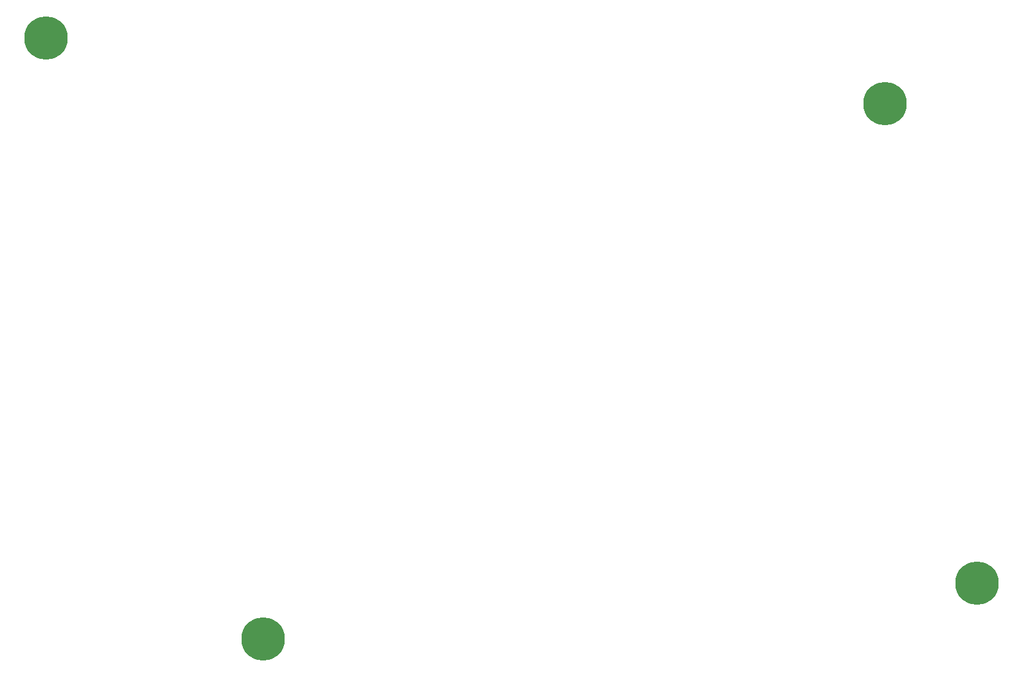
<source format=gbr>
%TF.GenerationSoftware,KiCad,Pcbnew,9.0.2+dfsg-1*%
%TF.CreationDate,2025-11-16T22:48:56+01:00*%
%TF.ProjectId,LuMo_top,4c754d6f-5f74-46f7-902e-6b696361645f,rev?*%
%TF.SameCoordinates,Original*%
%TF.FileFunction,Copper,L1,Top*%
%TF.FilePolarity,Positive*%
%FSLAX46Y46*%
G04 Gerber Fmt 4.6, Leading zero omitted, Abs format (unit mm)*
G04 Created by KiCad (PCBNEW 9.0.2+dfsg-1) date 2025-11-16 22:48:56*
%MOMM*%
%LPD*%
G01*
G04 APERTURE LIST*
%TA.AperFunction,ComponentPad*%
%ADD10C,6.000000*%
%TD*%
G04 APERTURE END LIST*
D10*
%TO.P,,1*%
%TO.N,unconnected-(H3-Pad1)*%
X157299999Y-59100000D03*
%TD*%
%TO.P,H3,1*%
%TO.N,unconnected-(H3-Pad1)*%
X170000000Y-125300000D03*
%TD*%
%TO.P,H1,1*%
%TO.N,GND*%
X41500000Y-50000000D03*
%TD*%
%TO.P,H4,1*%
%TO.N,unconnected-(H4-Pad1)*%
X71500000Y-133000000D03*
%TD*%
M02*

</source>
